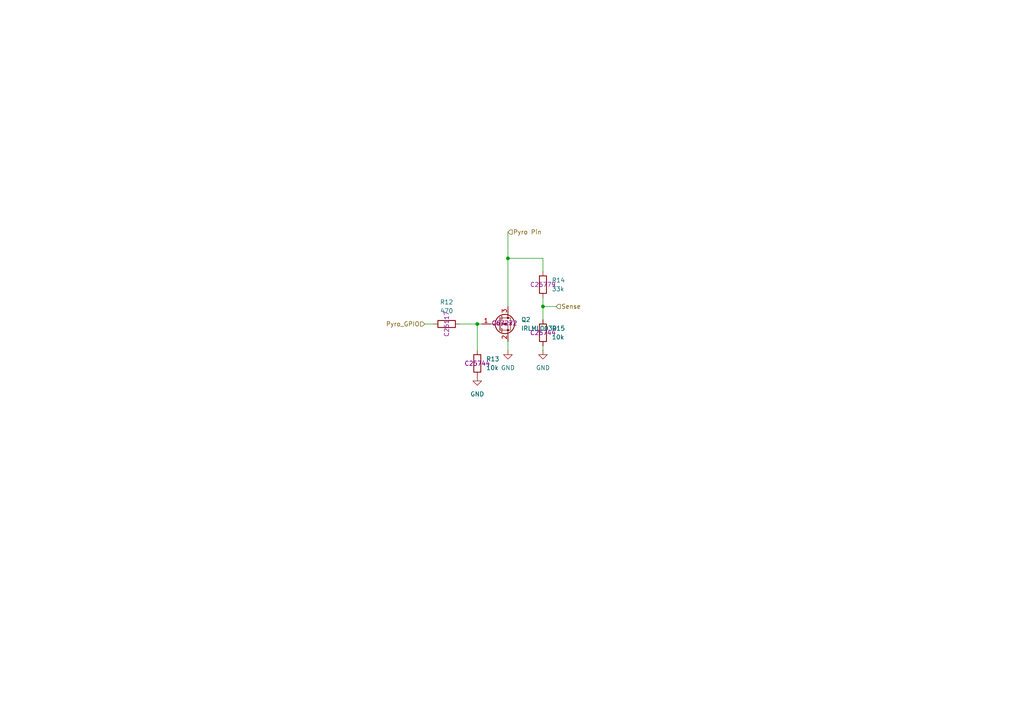
<source format=kicad_sch>
(kicad_sch (version 20250114) (generator "eeschema") (generator_version "9.0")
  (paper "A4")
  (lib_symbols
    (symbol "Device:R" (pin_numbers (hide yes)) (pin_names (offset 0))
      (property "Reference" "R" (at 2.032 0 90))
      (property "Value" "R" (at 0 0 90))
      (symbol "R_0_1"
        (rectangle (start -1.016 -2.54) (end 1.016 2.54) (stroke (width 0.254)))
      )
      (symbol "R_1_1"
        (pin passive line (at 0 3.81 270) (length 1.27) (name "~") (number "1"))
        (pin passive line (at 0 -3.81 90) (length 1.27) (name "~") (number "2"))
      )
    )
    (symbol "Transistor_FET:IRLML0030" (pin_names (hide yes))
      (property "Reference" "Q" (at 5.08 1.905 0))
      (property "Value" "IRLML0030" (at 5.08 0 0))
      (symbol "IRLML0030_0_1"
        (polyline (pts (xy 0.254 1.905) (xy 0.254 -1.905)) (stroke (width 0.254)))
        (polyline (pts (xy 0.254 0) (xy -2.54 0)))
        (polyline (pts (xy 0.762 2.286) (xy 0.762 1.27)) (stroke (width 0.254)))
        (polyline (pts (xy 0.762 0.508) (xy 0.762 -0.508)) (stroke (width 0.254)))
        (polyline (pts (xy 0.762 -1.27) (xy 0.762 -2.286)) (stroke (width 0.254)))
        (polyline (pts (xy 0.762 -1.778) (xy 3.302 -1.778) (xy 3.302 1.778) (xy 0.762 1.778)))
        (polyline (pts (xy 1.016 0) (xy 2.032 0.381) (xy 2.032 -0.381) (xy 1.016 0)) (fill (type outline)))
        (circle (center 1.651 0) (radius 2.794) (stroke (width 0.254)))
        (polyline (pts (xy 2.54 2.54) (xy 2.54 1.778)))
        (circle (center 2.54 1.778) (radius 0.254) (fill (type outline)))
        (circle (center 2.54 -1.778) (radius 0.254) (fill (type outline)))
        (polyline (pts (xy 2.54 -2.54) (xy 2.54 0) (xy 0.762 0)))
        (polyline (pts (xy 2.794 0.508) (xy 2.921 0.381) (xy 3.683 0.381) (xy 3.81 0.254)))
        (polyline (pts (xy 3.302 0.381) (xy 2.921 -0.254) (xy 3.683 -0.254) (xy 3.302 0.381)))
      )
      (symbol "IRLML0030_1_1"
        (pin input line (at -5.08 0 0) (length 2.54) (name "G") (number "1"))
        (pin passive line (at 2.54 5.08 270) (length 2.54) (name "D") (number "3"))
        (pin passive line (at 2.54 -5.08 90) (length 2.54) (name "S") (number "2"))
      )
    )
    (symbol "power:GND" (power) (pin_numbers (hide yes)) (pin_names (offset 0) (hide yes))
      (property "Value" "GND" (at 0 -3.81 0))
      (symbol "GND_0_1"
        (polyline (pts (xy 0 0) (xy 0 -1.27) (xy 1.27 -1.27) (xy 0 -2.54) (xy -1.27 -1.27) (xy 0 -1.27)))
      )
      (symbol "GND_1_1"
        (pin power_in line (at 0 0 270) (length 0) (name "~") (number "1"))
      )
    )
  )
  (junction (at 157.48 88.9))
  (junction (at 138.43 93.98))
  (junction (at 147.32 74.93))
  (wire (pts (xy 123.19 93.98) (xy 125.73 93.98)))
  (wire (pts (xy 133.35 93.98) (xy 138.43 93.98)))
  (wire (pts (xy 147.32 99.06) (xy 147.32 101.6)))
  (wire (pts (xy 157.48 88.9) (xy 161.29 88.9)))
  (wire (pts (xy 147.32 74.93) (xy 157.48 74.93)))
  (wire (pts (xy 157.48 88.9) (xy 157.48 92.71)))
  (wire (pts (xy 147.32 74.93) (xy 147.32 88.9)))
  (wire (pts (xy 157.48 74.93) (xy 157.48 78.74)))
  (wire (pts (xy 138.43 93.98) (xy 139.7 93.98)))
  (wire (pts (xy 157.48 100.33) (xy 157.48 101.6)))
  (wire (pts (xy 138.43 93.98) (xy 138.43 101.6)))
  (wire (pts (xy 157.48 86.36) (xy 157.48 88.9)))
  (wire (pts (xy 147.32 67.31) (xy 147.32 74.93)))
  (hierarchical_label "Pyro Pin" (shape input) (at 147.32 67.31 0))
  (hierarchical_label "Sense" (shape input) (at 161.29 88.9 0))
  (hierarchical_label "Pyro_GPIO" (shape input) (at 123.19 93.98 180))
  (symbol (lib_id "power:GND") (at 157.48 101.6 0) (unit 1)
    (property "Reference" "#PWR069" (effects (hide yes)))
    (property "Value" "GND" (at 157.48 106.68 0))
    (property "Description" "Power symbol creates a global label with name \"GND\" , ground" (effects (hide yes)))
    (instances (project "Senior Project" (path "" (reference "#PWR066") (unit 1)) (path "" (reference "#PWR069") (unit 1)) (path "" (reference "#PWR072") (unit 1))))
  )
  (symbol (lib_id "power:GND") (at 147.32 101.6 0) (unit 1)
    (property "Reference" "#PWR068" (effects (hide yes)))
    (property "Value" "GND" (at 147.32 106.68 0))
    (property "Description" "Power symbol creates a global label with name \"GND\" , ground" (effects (hide yes)))
    (instances (project "Senior Project" (path "" (reference "#PWR057") (unit 1)) (path "" (reference "#PWR068") (unit 1)) (path "" (reference "#PWR071") (unit 1))))
  )
  (symbol (lib_id "Device:R") (at 157.48 82.55 0) (unit 1)
    (property "Reference" "R18" (at 160.02 81.2799 0) (effects (justify left)))
    (property "Value" "33k" (at 160.02 83.8199 0) (effects (justify left)))
    (property "Footprint" "Resistor_SMD:R_0402_1005Metric" (effects (hide yes)))
    (property "Description" "Resistor" (effects (hide yes)))
    (property "LCSC" "C25779" (at 157.48 82.55 0))
    (instances (project "Senior Project" (path "" (reference "R14") (unit 1)) (path "" (reference "R18") (unit 1)) (path "" (reference "R22") (unit 1))))
  )
  (symbol (lib_id "power:GND") (at 138.43 109.22 0) (unit 1)
    (property "Reference" "#PWR067" (effects (hide yes)))
    (property "Value" "GND" (at 138.43 114.3 0))
    (property "Description" "Power symbol creates a global label with name \"GND\" , ground" (effects (hide yes)))
    (instances (project "Senior Project" (path "" (reference "#PWR056") (unit 1)) (path "" (reference "#PWR067") (unit 1)) (path "" (reference "#PWR070") (unit 1))))
  )
  (symbol (lib_id "Device:R") (at 129.54 93.98 90) (unit 1)
    (property "Reference" "R16" (at 129.54 87.63 90))
    (property "Value" "470" (at 129.54 90.17 90))
    (property "Footprint" "Resistor_SMD:R_0402_1005Metric" (effects (hide yes)))
    (property "Description" "Resistor" (effects (hide yes)))
    (property "LCSC" "C25117" (at 129.54 93.98 0))
    (instances (project "Senior Project" (path "" (reference "R12") (unit 1)) (path "" (reference "R16") (unit 1)) (path "" (reference "R20") (unit 1))))
  )
  (symbol (lib_id "Transistor_FET:IRLML0030") (at 144.78 93.98 0) (unit 1)
    (property "Reference" "Q3" (at 151.13 92.7099 0) (effects (justify left)))
    (property "Value" "IRLML0030" (at 151.13 95.2499 0) (effects (justify left)))
    (property "Footprint" "Package_TO_SOT_SMD:SOT-23" (effects (hide yes)))
    (property "Datasheet" "https://www.infineon.com/dgdl/irlml0030pbf.pdf?fileId=5546d462533600a401535664773825df" (effects (hide yes)))
    (property "Description" "5.3A Id, 30V Vds, 27mOhm Rds, N-Channel HEXFET Power MOSFET, SOT-23" (effects (hide yes)))
    (property "LCSC" "C67272" (at 146.304 93.726 0))
    (instances (project "Senior Project" (path "" (reference "Q2") (unit 1)) (path "" (reference "Q3") (unit 1)) (path "" (reference "Q4") (unit 1))))
  )
  (symbol (lib_id "Device:R") (at 138.43 105.41 0) (unit 1)
    (property "Reference" "R17" (at 140.97 104.1399 0) (effects (justify left)))
    (property "Value" "10k" (at 140.97 106.6799 0) (effects (justify left)))
    (property "Footprint" "Resistor_SMD:R_0402_1005Metric" (effects (hide yes)))
    (property "Description" "Resistor" (effects (hide yes)))
    (property "LCSC" "C25744" (at 138.43 105.41 0))
    (instances (project "Senior Project" (path "" (reference "R13") (unit 1)) (path "" (reference "R17") (unit 1)) (path "" (reference "R21") (unit 1))))
  )
  (symbol (lib_id "Device:R") (at 157.48 96.52 0) (unit 1)
    (property "Reference" "R19" (at 160.02 95.2499 0) (effects (justify left)))
    (property "Value" "10k" (at 160.02 97.7899 0) (effects (justify left)))
    (property "Footprint" "Resistor_SMD:R_0402_1005Metric" (effects (hide yes)))
    (property "Description" "Resistor" (effects (hide yes)))
    (property "LCSC" "C25744" (at 157.48 96.52 0))
    (instances (project "Senior Project" (path "" (reference "R15") (unit 1)) (path "" (reference "R19") (unit 1)) (path "" (reference "R23") (unit 1))))
  )
)
</source>
